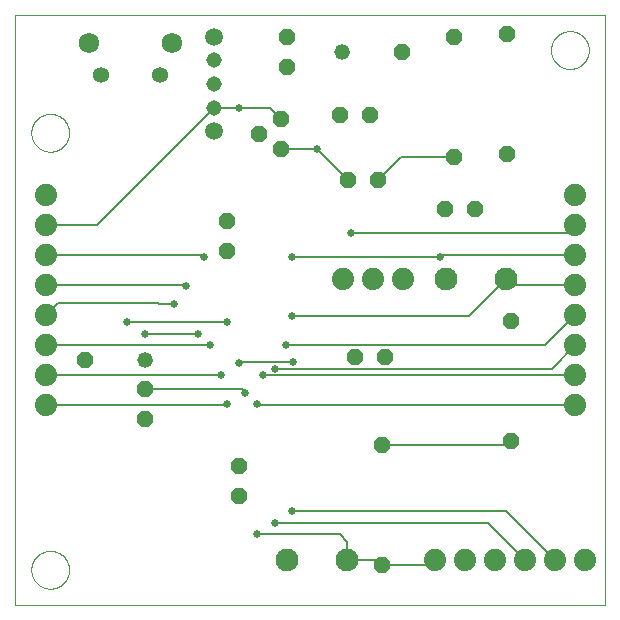
<source format=gbl>
G04 EAGLE Gerber RS-274X export*
G75*
%MOMM*%
%FSLAX34Y34*%
%LPD*%
%INBottom layer*%
%IPPOS*%
%AMOC8*
5,1,8,0,0,1.08239X$1,22.5*%
G01*
%ADD10C,0.000000*%
%ADD11P,1.429621X8X292.500000*%
%ADD12P,1.429621X8X22.500000*%
%ADD13C,1.320800*%
%ADD14P,1.429621X8X202.500000*%
%ADD15P,1.429621X8X112.500000*%
%ADD16C,1.358000*%
%ADD17C,1.725000*%
%ADD18C,1.879600*%
%ADD19C,1.930400*%
%ADD20C,1.308000*%
%ADD21C,1.508000*%
%ADD22C,0.152400*%
%ADD23C,0.654800*%


D10*
X0Y0D02*
X500000Y0D01*
X500000Y500000D01*
X0Y500000D01*
X0Y0D01*
X454000Y470000D02*
X454005Y470393D01*
X454019Y470785D01*
X454043Y471177D01*
X454077Y471568D01*
X454120Y471959D01*
X454173Y472348D01*
X454236Y472735D01*
X454307Y473121D01*
X454389Y473506D01*
X454479Y473888D01*
X454580Y474267D01*
X454689Y474645D01*
X454808Y475019D01*
X454935Y475390D01*
X455072Y475758D01*
X455218Y476123D01*
X455373Y476484D01*
X455536Y476841D01*
X455708Y477194D01*
X455889Y477542D01*
X456079Y477886D01*
X456276Y478226D01*
X456482Y478560D01*
X456696Y478889D01*
X456919Y479213D01*
X457149Y479531D01*
X457386Y479844D01*
X457632Y480150D01*
X457885Y480451D01*
X458145Y480745D01*
X458412Y481033D01*
X458686Y481314D01*
X458967Y481588D01*
X459255Y481855D01*
X459549Y482115D01*
X459850Y482368D01*
X460156Y482614D01*
X460469Y482851D01*
X460787Y483081D01*
X461111Y483304D01*
X461440Y483518D01*
X461774Y483724D01*
X462114Y483921D01*
X462458Y484111D01*
X462806Y484292D01*
X463159Y484464D01*
X463516Y484627D01*
X463877Y484782D01*
X464242Y484928D01*
X464610Y485065D01*
X464981Y485192D01*
X465355Y485311D01*
X465733Y485420D01*
X466112Y485521D01*
X466494Y485611D01*
X466879Y485693D01*
X467265Y485764D01*
X467652Y485827D01*
X468041Y485880D01*
X468432Y485923D01*
X468823Y485957D01*
X469215Y485981D01*
X469607Y485995D01*
X470000Y486000D01*
X470393Y485995D01*
X470785Y485981D01*
X471177Y485957D01*
X471568Y485923D01*
X471959Y485880D01*
X472348Y485827D01*
X472735Y485764D01*
X473121Y485693D01*
X473506Y485611D01*
X473888Y485521D01*
X474267Y485420D01*
X474645Y485311D01*
X475019Y485192D01*
X475390Y485065D01*
X475758Y484928D01*
X476123Y484782D01*
X476484Y484627D01*
X476841Y484464D01*
X477194Y484292D01*
X477542Y484111D01*
X477886Y483921D01*
X478226Y483724D01*
X478560Y483518D01*
X478889Y483304D01*
X479213Y483081D01*
X479531Y482851D01*
X479844Y482614D01*
X480150Y482368D01*
X480451Y482115D01*
X480745Y481855D01*
X481033Y481588D01*
X481314Y481314D01*
X481588Y481033D01*
X481855Y480745D01*
X482115Y480451D01*
X482368Y480150D01*
X482614Y479844D01*
X482851Y479531D01*
X483081Y479213D01*
X483304Y478889D01*
X483518Y478560D01*
X483724Y478226D01*
X483921Y477886D01*
X484111Y477542D01*
X484292Y477194D01*
X484464Y476841D01*
X484627Y476484D01*
X484782Y476123D01*
X484928Y475758D01*
X485065Y475390D01*
X485192Y475019D01*
X485311Y474645D01*
X485420Y474267D01*
X485521Y473888D01*
X485611Y473506D01*
X485693Y473121D01*
X485764Y472735D01*
X485827Y472348D01*
X485880Y471959D01*
X485923Y471568D01*
X485957Y471177D01*
X485981Y470785D01*
X485995Y470393D01*
X486000Y470000D01*
X485995Y469607D01*
X485981Y469215D01*
X485957Y468823D01*
X485923Y468432D01*
X485880Y468041D01*
X485827Y467652D01*
X485764Y467265D01*
X485693Y466879D01*
X485611Y466494D01*
X485521Y466112D01*
X485420Y465733D01*
X485311Y465355D01*
X485192Y464981D01*
X485065Y464610D01*
X484928Y464242D01*
X484782Y463877D01*
X484627Y463516D01*
X484464Y463159D01*
X484292Y462806D01*
X484111Y462458D01*
X483921Y462114D01*
X483724Y461774D01*
X483518Y461440D01*
X483304Y461111D01*
X483081Y460787D01*
X482851Y460469D01*
X482614Y460156D01*
X482368Y459850D01*
X482115Y459549D01*
X481855Y459255D01*
X481588Y458967D01*
X481314Y458686D01*
X481033Y458412D01*
X480745Y458145D01*
X480451Y457885D01*
X480150Y457632D01*
X479844Y457386D01*
X479531Y457149D01*
X479213Y456919D01*
X478889Y456696D01*
X478560Y456482D01*
X478226Y456276D01*
X477886Y456079D01*
X477542Y455889D01*
X477194Y455708D01*
X476841Y455536D01*
X476484Y455373D01*
X476123Y455218D01*
X475758Y455072D01*
X475390Y454935D01*
X475019Y454808D01*
X474645Y454689D01*
X474267Y454580D01*
X473888Y454479D01*
X473506Y454389D01*
X473121Y454307D01*
X472735Y454236D01*
X472348Y454173D01*
X471959Y454120D01*
X471568Y454077D01*
X471177Y454043D01*
X470785Y454019D01*
X470393Y454005D01*
X470000Y454000D01*
X469607Y454005D01*
X469215Y454019D01*
X468823Y454043D01*
X468432Y454077D01*
X468041Y454120D01*
X467652Y454173D01*
X467265Y454236D01*
X466879Y454307D01*
X466494Y454389D01*
X466112Y454479D01*
X465733Y454580D01*
X465355Y454689D01*
X464981Y454808D01*
X464610Y454935D01*
X464242Y455072D01*
X463877Y455218D01*
X463516Y455373D01*
X463159Y455536D01*
X462806Y455708D01*
X462458Y455889D01*
X462114Y456079D01*
X461774Y456276D01*
X461440Y456482D01*
X461111Y456696D01*
X460787Y456919D01*
X460469Y457149D01*
X460156Y457386D01*
X459850Y457632D01*
X459549Y457885D01*
X459255Y458145D01*
X458967Y458412D01*
X458686Y458686D01*
X458412Y458967D01*
X458145Y459255D01*
X457885Y459549D01*
X457632Y459850D01*
X457386Y460156D01*
X457149Y460469D01*
X456919Y460787D01*
X456696Y461111D01*
X456482Y461440D01*
X456276Y461774D01*
X456079Y462114D01*
X455889Y462458D01*
X455708Y462806D01*
X455536Y463159D01*
X455373Y463516D01*
X455218Y463877D01*
X455072Y464242D01*
X454935Y464610D01*
X454808Y464981D01*
X454689Y465355D01*
X454580Y465733D01*
X454479Y466112D01*
X454389Y466494D01*
X454307Y466879D01*
X454236Y467265D01*
X454173Y467652D01*
X454120Y468041D01*
X454077Y468432D01*
X454043Y468823D01*
X454019Y469215D01*
X454005Y469607D01*
X454000Y470000D01*
X14000Y400000D02*
X14005Y400393D01*
X14019Y400785D01*
X14043Y401177D01*
X14077Y401568D01*
X14120Y401959D01*
X14173Y402348D01*
X14236Y402735D01*
X14307Y403121D01*
X14389Y403506D01*
X14479Y403888D01*
X14580Y404267D01*
X14689Y404645D01*
X14808Y405019D01*
X14935Y405390D01*
X15072Y405758D01*
X15218Y406123D01*
X15373Y406484D01*
X15536Y406841D01*
X15708Y407194D01*
X15889Y407542D01*
X16079Y407886D01*
X16276Y408226D01*
X16482Y408560D01*
X16696Y408889D01*
X16919Y409213D01*
X17149Y409531D01*
X17386Y409844D01*
X17632Y410150D01*
X17885Y410451D01*
X18145Y410745D01*
X18412Y411033D01*
X18686Y411314D01*
X18967Y411588D01*
X19255Y411855D01*
X19549Y412115D01*
X19850Y412368D01*
X20156Y412614D01*
X20469Y412851D01*
X20787Y413081D01*
X21111Y413304D01*
X21440Y413518D01*
X21774Y413724D01*
X22114Y413921D01*
X22458Y414111D01*
X22806Y414292D01*
X23159Y414464D01*
X23516Y414627D01*
X23877Y414782D01*
X24242Y414928D01*
X24610Y415065D01*
X24981Y415192D01*
X25355Y415311D01*
X25733Y415420D01*
X26112Y415521D01*
X26494Y415611D01*
X26879Y415693D01*
X27265Y415764D01*
X27652Y415827D01*
X28041Y415880D01*
X28432Y415923D01*
X28823Y415957D01*
X29215Y415981D01*
X29607Y415995D01*
X30000Y416000D01*
X30393Y415995D01*
X30785Y415981D01*
X31177Y415957D01*
X31568Y415923D01*
X31959Y415880D01*
X32348Y415827D01*
X32735Y415764D01*
X33121Y415693D01*
X33506Y415611D01*
X33888Y415521D01*
X34267Y415420D01*
X34645Y415311D01*
X35019Y415192D01*
X35390Y415065D01*
X35758Y414928D01*
X36123Y414782D01*
X36484Y414627D01*
X36841Y414464D01*
X37194Y414292D01*
X37542Y414111D01*
X37886Y413921D01*
X38226Y413724D01*
X38560Y413518D01*
X38889Y413304D01*
X39213Y413081D01*
X39531Y412851D01*
X39844Y412614D01*
X40150Y412368D01*
X40451Y412115D01*
X40745Y411855D01*
X41033Y411588D01*
X41314Y411314D01*
X41588Y411033D01*
X41855Y410745D01*
X42115Y410451D01*
X42368Y410150D01*
X42614Y409844D01*
X42851Y409531D01*
X43081Y409213D01*
X43304Y408889D01*
X43518Y408560D01*
X43724Y408226D01*
X43921Y407886D01*
X44111Y407542D01*
X44292Y407194D01*
X44464Y406841D01*
X44627Y406484D01*
X44782Y406123D01*
X44928Y405758D01*
X45065Y405390D01*
X45192Y405019D01*
X45311Y404645D01*
X45420Y404267D01*
X45521Y403888D01*
X45611Y403506D01*
X45693Y403121D01*
X45764Y402735D01*
X45827Y402348D01*
X45880Y401959D01*
X45923Y401568D01*
X45957Y401177D01*
X45981Y400785D01*
X45995Y400393D01*
X46000Y400000D01*
X45995Y399607D01*
X45981Y399215D01*
X45957Y398823D01*
X45923Y398432D01*
X45880Y398041D01*
X45827Y397652D01*
X45764Y397265D01*
X45693Y396879D01*
X45611Y396494D01*
X45521Y396112D01*
X45420Y395733D01*
X45311Y395355D01*
X45192Y394981D01*
X45065Y394610D01*
X44928Y394242D01*
X44782Y393877D01*
X44627Y393516D01*
X44464Y393159D01*
X44292Y392806D01*
X44111Y392458D01*
X43921Y392114D01*
X43724Y391774D01*
X43518Y391440D01*
X43304Y391111D01*
X43081Y390787D01*
X42851Y390469D01*
X42614Y390156D01*
X42368Y389850D01*
X42115Y389549D01*
X41855Y389255D01*
X41588Y388967D01*
X41314Y388686D01*
X41033Y388412D01*
X40745Y388145D01*
X40451Y387885D01*
X40150Y387632D01*
X39844Y387386D01*
X39531Y387149D01*
X39213Y386919D01*
X38889Y386696D01*
X38560Y386482D01*
X38226Y386276D01*
X37886Y386079D01*
X37542Y385889D01*
X37194Y385708D01*
X36841Y385536D01*
X36484Y385373D01*
X36123Y385218D01*
X35758Y385072D01*
X35390Y384935D01*
X35019Y384808D01*
X34645Y384689D01*
X34267Y384580D01*
X33888Y384479D01*
X33506Y384389D01*
X33121Y384307D01*
X32735Y384236D01*
X32348Y384173D01*
X31959Y384120D01*
X31568Y384077D01*
X31177Y384043D01*
X30785Y384019D01*
X30393Y384005D01*
X30000Y384000D01*
X29607Y384005D01*
X29215Y384019D01*
X28823Y384043D01*
X28432Y384077D01*
X28041Y384120D01*
X27652Y384173D01*
X27265Y384236D01*
X26879Y384307D01*
X26494Y384389D01*
X26112Y384479D01*
X25733Y384580D01*
X25355Y384689D01*
X24981Y384808D01*
X24610Y384935D01*
X24242Y385072D01*
X23877Y385218D01*
X23516Y385373D01*
X23159Y385536D01*
X22806Y385708D01*
X22458Y385889D01*
X22114Y386079D01*
X21774Y386276D01*
X21440Y386482D01*
X21111Y386696D01*
X20787Y386919D01*
X20469Y387149D01*
X20156Y387386D01*
X19850Y387632D01*
X19549Y387885D01*
X19255Y388145D01*
X18967Y388412D01*
X18686Y388686D01*
X18412Y388967D01*
X18145Y389255D01*
X17885Y389549D01*
X17632Y389850D01*
X17386Y390156D01*
X17149Y390469D01*
X16919Y390787D01*
X16696Y391111D01*
X16482Y391440D01*
X16276Y391774D01*
X16079Y392114D01*
X15889Y392458D01*
X15708Y392806D01*
X15536Y393159D01*
X15373Y393516D01*
X15218Y393877D01*
X15072Y394242D01*
X14935Y394610D01*
X14808Y394981D01*
X14689Y395355D01*
X14580Y395733D01*
X14479Y396112D01*
X14389Y396494D01*
X14307Y396879D01*
X14236Y397265D01*
X14173Y397652D01*
X14120Y398041D01*
X14077Y398432D01*
X14043Y398823D01*
X14019Y399215D01*
X14005Y399607D01*
X14000Y400000D01*
X14000Y30000D02*
X14005Y30393D01*
X14019Y30785D01*
X14043Y31177D01*
X14077Y31568D01*
X14120Y31959D01*
X14173Y32348D01*
X14236Y32735D01*
X14307Y33121D01*
X14389Y33506D01*
X14479Y33888D01*
X14580Y34267D01*
X14689Y34645D01*
X14808Y35019D01*
X14935Y35390D01*
X15072Y35758D01*
X15218Y36123D01*
X15373Y36484D01*
X15536Y36841D01*
X15708Y37194D01*
X15889Y37542D01*
X16079Y37886D01*
X16276Y38226D01*
X16482Y38560D01*
X16696Y38889D01*
X16919Y39213D01*
X17149Y39531D01*
X17386Y39844D01*
X17632Y40150D01*
X17885Y40451D01*
X18145Y40745D01*
X18412Y41033D01*
X18686Y41314D01*
X18967Y41588D01*
X19255Y41855D01*
X19549Y42115D01*
X19850Y42368D01*
X20156Y42614D01*
X20469Y42851D01*
X20787Y43081D01*
X21111Y43304D01*
X21440Y43518D01*
X21774Y43724D01*
X22114Y43921D01*
X22458Y44111D01*
X22806Y44292D01*
X23159Y44464D01*
X23516Y44627D01*
X23877Y44782D01*
X24242Y44928D01*
X24610Y45065D01*
X24981Y45192D01*
X25355Y45311D01*
X25733Y45420D01*
X26112Y45521D01*
X26494Y45611D01*
X26879Y45693D01*
X27265Y45764D01*
X27652Y45827D01*
X28041Y45880D01*
X28432Y45923D01*
X28823Y45957D01*
X29215Y45981D01*
X29607Y45995D01*
X30000Y46000D01*
X30393Y45995D01*
X30785Y45981D01*
X31177Y45957D01*
X31568Y45923D01*
X31959Y45880D01*
X32348Y45827D01*
X32735Y45764D01*
X33121Y45693D01*
X33506Y45611D01*
X33888Y45521D01*
X34267Y45420D01*
X34645Y45311D01*
X35019Y45192D01*
X35390Y45065D01*
X35758Y44928D01*
X36123Y44782D01*
X36484Y44627D01*
X36841Y44464D01*
X37194Y44292D01*
X37542Y44111D01*
X37886Y43921D01*
X38226Y43724D01*
X38560Y43518D01*
X38889Y43304D01*
X39213Y43081D01*
X39531Y42851D01*
X39844Y42614D01*
X40150Y42368D01*
X40451Y42115D01*
X40745Y41855D01*
X41033Y41588D01*
X41314Y41314D01*
X41588Y41033D01*
X41855Y40745D01*
X42115Y40451D01*
X42368Y40150D01*
X42614Y39844D01*
X42851Y39531D01*
X43081Y39213D01*
X43304Y38889D01*
X43518Y38560D01*
X43724Y38226D01*
X43921Y37886D01*
X44111Y37542D01*
X44292Y37194D01*
X44464Y36841D01*
X44627Y36484D01*
X44782Y36123D01*
X44928Y35758D01*
X45065Y35390D01*
X45192Y35019D01*
X45311Y34645D01*
X45420Y34267D01*
X45521Y33888D01*
X45611Y33506D01*
X45693Y33121D01*
X45764Y32735D01*
X45827Y32348D01*
X45880Y31959D01*
X45923Y31568D01*
X45957Y31177D01*
X45981Y30785D01*
X45995Y30393D01*
X46000Y30000D01*
X45995Y29607D01*
X45981Y29215D01*
X45957Y28823D01*
X45923Y28432D01*
X45880Y28041D01*
X45827Y27652D01*
X45764Y27265D01*
X45693Y26879D01*
X45611Y26494D01*
X45521Y26112D01*
X45420Y25733D01*
X45311Y25355D01*
X45192Y24981D01*
X45065Y24610D01*
X44928Y24242D01*
X44782Y23877D01*
X44627Y23516D01*
X44464Y23159D01*
X44292Y22806D01*
X44111Y22458D01*
X43921Y22114D01*
X43724Y21774D01*
X43518Y21440D01*
X43304Y21111D01*
X43081Y20787D01*
X42851Y20469D01*
X42614Y20156D01*
X42368Y19850D01*
X42115Y19549D01*
X41855Y19255D01*
X41588Y18967D01*
X41314Y18686D01*
X41033Y18412D01*
X40745Y18145D01*
X40451Y17885D01*
X40150Y17632D01*
X39844Y17386D01*
X39531Y17149D01*
X39213Y16919D01*
X38889Y16696D01*
X38560Y16482D01*
X38226Y16276D01*
X37886Y16079D01*
X37542Y15889D01*
X37194Y15708D01*
X36841Y15536D01*
X36484Y15373D01*
X36123Y15218D01*
X35758Y15072D01*
X35390Y14935D01*
X35019Y14808D01*
X34645Y14689D01*
X34267Y14580D01*
X33888Y14479D01*
X33506Y14389D01*
X33121Y14307D01*
X32735Y14236D01*
X32348Y14173D01*
X31959Y14120D01*
X31568Y14077D01*
X31177Y14043D01*
X30785Y14019D01*
X30393Y14005D01*
X30000Y14000D01*
X29607Y14005D01*
X29215Y14019D01*
X28823Y14043D01*
X28432Y14077D01*
X28041Y14120D01*
X27652Y14173D01*
X27265Y14236D01*
X26879Y14307D01*
X26494Y14389D01*
X26112Y14479D01*
X25733Y14580D01*
X25355Y14689D01*
X24981Y14808D01*
X24610Y14935D01*
X24242Y15072D01*
X23877Y15218D01*
X23516Y15373D01*
X23159Y15536D01*
X22806Y15708D01*
X22458Y15889D01*
X22114Y16079D01*
X21774Y16276D01*
X21440Y16482D01*
X21111Y16696D01*
X20787Y16919D01*
X20469Y17149D01*
X20156Y17386D01*
X19850Y17632D01*
X19549Y17885D01*
X19255Y18145D01*
X18967Y18412D01*
X18686Y18686D01*
X18412Y18967D01*
X18145Y19255D01*
X17885Y19549D01*
X17632Y19850D01*
X17386Y20156D01*
X17149Y20469D01*
X16919Y20787D01*
X16696Y21111D01*
X16482Y21440D01*
X16276Y21774D01*
X16079Y22114D01*
X15889Y22458D01*
X15708Y22806D01*
X15536Y23159D01*
X15373Y23516D01*
X15218Y23877D01*
X15072Y24242D01*
X14935Y24610D01*
X14808Y24981D01*
X14689Y25355D01*
X14580Y25733D01*
X14479Y26112D01*
X14389Y26494D01*
X14307Y26879D01*
X14236Y27265D01*
X14173Y27652D01*
X14120Y28041D01*
X14077Y28432D01*
X14043Y28823D01*
X14019Y29215D01*
X14005Y29607D01*
X14000Y30000D01*
D11*
X230200Y481300D03*
X230200Y455900D03*
D12*
X275200Y415200D03*
X300600Y415200D03*
D11*
X190200Y118300D03*
X190200Y92900D03*
D12*
X288200Y210200D03*
X313600Y210200D03*
D13*
X110500Y207500D03*
D14*
X59700Y207500D03*
D13*
X277000Y468200D03*
D12*
X327800Y468200D03*
D15*
X179800Y299700D03*
X179800Y325100D03*
D16*
X122900Y448700D03*
X72900Y448700D03*
D17*
X62900Y475700D03*
X132900Y475700D03*
D18*
X474700Y169300D03*
X474700Y194700D03*
X474700Y220100D03*
X474700Y245500D03*
X474700Y270900D03*
X474700Y296300D03*
X474700Y321700D03*
X474700Y347100D03*
X26600Y169800D03*
X26600Y195200D03*
X26600Y220600D03*
X26600Y246000D03*
X26600Y271400D03*
X26600Y296800D03*
X26600Y322200D03*
X26600Y347600D03*
D12*
X282500Y360300D03*
X307900Y360300D03*
X364100Y335300D03*
X389500Y335300D03*
D18*
X328300Y276300D03*
X302900Y276300D03*
X277500Y276300D03*
D11*
X311000Y135300D03*
X311000Y33700D03*
X371800Y481300D03*
X371800Y379700D03*
X416800Y483300D03*
X416800Y381700D03*
D19*
X416100Y276500D03*
X365300Y276500D03*
D20*
X168400Y441400D03*
X168400Y461400D03*
X168400Y421400D03*
D21*
X168400Y401400D03*
X168400Y481400D03*
D15*
X225500Y412000D03*
X206450Y399300D03*
X225500Y386600D03*
D18*
X355600Y38700D03*
X381000Y38700D03*
X406400Y38700D03*
X431800Y38700D03*
X457200Y38700D03*
X482600Y38700D03*
D19*
X230600Y38600D03*
X281400Y38600D03*
D15*
X420000Y139200D03*
X420000Y240800D03*
D11*
X110000Y182700D03*
X110000Y157300D03*
D22*
X69200Y322200D02*
X168400Y421400D01*
X69200Y322200D02*
X26600Y322200D01*
X168400Y421400D02*
X190000Y421400D01*
X216100Y421400D01*
X225500Y412000D01*
D23*
X190000Y421400D03*
D22*
X225500Y386600D02*
X256200Y386600D01*
X282500Y360300D01*
D23*
X256200Y386600D03*
D22*
X311000Y135300D02*
X416100Y135300D01*
X420000Y139200D01*
D23*
X285000Y315000D03*
D22*
X468000Y315000D01*
X474700Y321700D01*
X192100Y182700D02*
X110000Y182700D01*
X192100Y182700D02*
X194800Y180000D01*
D23*
X194800Y180000D03*
X235560Y205820D03*
D22*
X190620Y205820D01*
X189800Y205000D01*
D23*
X189800Y205000D03*
D22*
X307900Y360300D02*
X327300Y379700D01*
X371800Y379700D01*
D23*
X110000Y230000D03*
D22*
X155000Y230000D01*
D23*
X155000Y230000D03*
X95000Y240000D03*
D22*
X180000Y240000D01*
D23*
X180000Y240000D03*
D22*
X281400Y53600D02*
X281400Y38600D01*
X275000Y60000D02*
X205000Y60000D01*
D23*
X205000Y60000D03*
D22*
X275000Y60000D02*
X281400Y53600D01*
X281400Y38600D02*
X306100Y38600D01*
X311000Y33700D01*
X350600Y33700D01*
X355600Y38700D01*
X400500Y70000D02*
X431800Y38700D01*
X400500Y70000D02*
X220000Y70000D01*
D23*
X220000Y70000D03*
D22*
X415900Y80000D02*
X457200Y38700D01*
X415900Y80000D02*
X235000Y80000D01*
D23*
X235000Y80000D03*
D22*
X205700Y169300D02*
X474700Y169300D01*
X205700Y169300D02*
X205000Y170000D01*
D23*
X205000Y170000D03*
D22*
X210300Y194700D02*
X474700Y194700D01*
X210300Y194700D02*
X210000Y195000D01*
D23*
X210000Y195000D03*
D22*
X454860Y200260D02*
X474700Y220100D01*
X454860Y200260D02*
X220000Y200260D01*
D23*
X220000Y200260D03*
D22*
X449200Y220000D02*
X474700Y245500D01*
X449200Y220000D02*
X230000Y220000D01*
D23*
X230000Y220000D03*
D22*
X421700Y270900D02*
X474700Y270900D01*
X421700Y270900D02*
X416100Y276500D01*
X384600Y245000D01*
X235000Y245000D01*
D23*
X235000Y245000D03*
D22*
X361300Y296300D02*
X474700Y296300D01*
X361300Y296300D02*
X360000Y295000D01*
D23*
X360000Y295000D03*
D22*
X235000Y295000D01*
D23*
X235000Y295000D03*
D22*
X179800Y169800D02*
X26600Y169800D01*
X179800Y169800D02*
X180000Y170000D01*
D23*
X180000Y170000D03*
D22*
X174800Y195200D02*
X26600Y195200D01*
X174800Y195200D02*
X175000Y195000D01*
D23*
X175000Y195000D03*
D22*
X164400Y220600D02*
X26600Y220600D01*
X164400Y220600D02*
X165000Y220000D01*
D23*
X165000Y220000D03*
D22*
X135000Y255000D02*
X122000Y255000D01*
X121000Y256000D01*
X36600Y256000D01*
X26600Y246000D01*
D23*
X135000Y255000D03*
D22*
X158200Y296800D02*
X26600Y296800D01*
X158200Y296800D02*
X160000Y295000D01*
D23*
X160000Y295000D03*
D22*
X143600Y271400D02*
X26600Y271400D01*
X143600Y271400D02*
X145000Y270000D01*
D23*
X145000Y270000D03*
M02*

</source>
